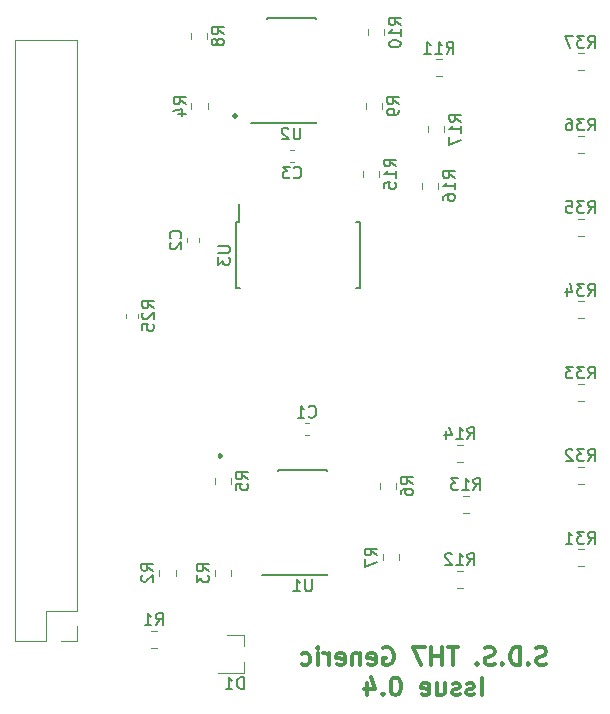
<source format=gbr>
G04 #@! TF.GenerationSoftware,KiCad,Pcbnew,6.0.0-rc1-unknown-46fddab~66~ubuntu16.04.1*
G04 #@! TF.CreationDate,2018-09-29T20:34:26+01:00*
G04 #@! TF.ProjectId,test,746573742E6B696361645F7063620000,rev?*
G04 #@! TF.SameCoordinates,Original*
G04 #@! TF.FileFunction,Legend,Bot*
G04 #@! TF.FilePolarity,Positive*
%FSLAX46Y46*%
G04 Gerber Fmt 4.6, Leading zero omitted, Abs format (unit mm)*
G04 Created by KiCad (PCBNEW 6.0.0-rc1-unknown-46fddab~66~ubuntu16.04.1) date Sat Sep 29 20:34:26 2018*
%MOMM*%
%LPD*%
G01*
G04 APERTURE LIST*
%ADD10C,0.300000*%
%ADD11C,0.120000*%
%ADD12C,0.150000*%
G04 APERTURE END LIST*
D10*
X156000000Y-88035714D02*
X156071428Y-88107142D01*
X156000000Y-88178571D01*
X155928571Y-88107142D01*
X156000000Y-88035714D01*
X156000000Y-88178571D01*
X157250000Y-59285714D02*
X157321428Y-59357142D01*
X157250000Y-59428571D01*
X157178571Y-59357142D01*
X157250000Y-59285714D01*
X157250000Y-59428571D01*
X183585142Y-105758142D02*
X183370857Y-105829571D01*
X183013714Y-105829571D01*
X182870857Y-105758142D01*
X182799428Y-105686714D01*
X182728000Y-105543857D01*
X182728000Y-105401000D01*
X182799428Y-105258142D01*
X182870857Y-105186714D01*
X183013714Y-105115285D01*
X183299428Y-105043857D01*
X183442285Y-104972428D01*
X183513714Y-104901000D01*
X183585142Y-104758142D01*
X183585142Y-104615285D01*
X183513714Y-104472428D01*
X183442285Y-104401000D01*
X183299428Y-104329571D01*
X182942285Y-104329571D01*
X182728000Y-104401000D01*
X182085142Y-105686714D02*
X182013714Y-105758142D01*
X182085142Y-105829571D01*
X182156571Y-105758142D01*
X182085142Y-105686714D01*
X182085142Y-105829571D01*
X181370857Y-105829571D02*
X181370857Y-104329571D01*
X181013714Y-104329571D01*
X180799428Y-104401000D01*
X180656571Y-104543857D01*
X180585142Y-104686714D01*
X180513714Y-104972428D01*
X180513714Y-105186714D01*
X180585142Y-105472428D01*
X180656571Y-105615285D01*
X180799428Y-105758142D01*
X181013714Y-105829571D01*
X181370857Y-105829571D01*
X179870857Y-105686714D02*
X179799428Y-105758142D01*
X179870857Y-105829571D01*
X179942285Y-105758142D01*
X179870857Y-105686714D01*
X179870857Y-105829571D01*
X179228000Y-105758142D02*
X179013714Y-105829571D01*
X178656571Y-105829571D01*
X178513714Y-105758142D01*
X178442285Y-105686714D01*
X178370857Y-105543857D01*
X178370857Y-105401000D01*
X178442285Y-105258142D01*
X178513714Y-105186714D01*
X178656571Y-105115285D01*
X178942285Y-105043857D01*
X179085142Y-104972428D01*
X179156571Y-104901000D01*
X179228000Y-104758142D01*
X179228000Y-104615285D01*
X179156571Y-104472428D01*
X179085142Y-104401000D01*
X178942285Y-104329571D01*
X178585142Y-104329571D01*
X178370857Y-104401000D01*
X177728000Y-105686714D02*
X177656571Y-105758142D01*
X177728000Y-105829571D01*
X177799428Y-105758142D01*
X177728000Y-105686714D01*
X177728000Y-105829571D01*
X176085142Y-104329571D02*
X175228000Y-104329571D01*
X175656571Y-105829571D02*
X175656571Y-104329571D01*
X174728000Y-105829571D02*
X174728000Y-104329571D01*
X174728000Y-105043857D02*
X173870857Y-105043857D01*
X173870857Y-105829571D02*
X173870857Y-104329571D01*
X173299428Y-104329571D02*
X172299428Y-104329571D01*
X172942285Y-105829571D01*
X169799428Y-104401000D02*
X169942285Y-104329571D01*
X170156571Y-104329571D01*
X170370857Y-104401000D01*
X170513714Y-104543857D01*
X170585142Y-104686714D01*
X170656571Y-104972428D01*
X170656571Y-105186714D01*
X170585142Y-105472428D01*
X170513714Y-105615285D01*
X170370857Y-105758142D01*
X170156571Y-105829571D01*
X170013714Y-105829571D01*
X169799428Y-105758142D01*
X169728000Y-105686714D01*
X169728000Y-105186714D01*
X170013714Y-105186714D01*
X168513714Y-105758142D02*
X168656571Y-105829571D01*
X168942285Y-105829571D01*
X169085142Y-105758142D01*
X169156571Y-105615285D01*
X169156571Y-105043857D01*
X169085142Y-104901000D01*
X168942285Y-104829571D01*
X168656571Y-104829571D01*
X168513714Y-104901000D01*
X168442285Y-105043857D01*
X168442285Y-105186714D01*
X169156571Y-105329571D01*
X167799428Y-104829571D02*
X167799428Y-105829571D01*
X167799428Y-104972428D02*
X167728000Y-104901000D01*
X167585142Y-104829571D01*
X167370857Y-104829571D01*
X167228000Y-104901000D01*
X167156571Y-105043857D01*
X167156571Y-105829571D01*
X165870857Y-105758142D02*
X166013714Y-105829571D01*
X166299428Y-105829571D01*
X166442285Y-105758142D01*
X166513714Y-105615285D01*
X166513714Y-105043857D01*
X166442285Y-104901000D01*
X166299428Y-104829571D01*
X166013714Y-104829571D01*
X165870857Y-104901000D01*
X165799428Y-105043857D01*
X165799428Y-105186714D01*
X166513714Y-105329571D01*
X165156571Y-105829571D02*
X165156571Y-104829571D01*
X165156571Y-105115285D02*
X165085142Y-104972428D01*
X165013714Y-104901000D01*
X164870857Y-104829571D01*
X164728000Y-104829571D01*
X164228000Y-105829571D02*
X164228000Y-104829571D01*
X164228000Y-104329571D02*
X164299428Y-104401000D01*
X164228000Y-104472428D01*
X164156571Y-104401000D01*
X164228000Y-104329571D01*
X164228000Y-104472428D01*
X162870857Y-105758142D02*
X163013714Y-105829571D01*
X163299428Y-105829571D01*
X163442285Y-105758142D01*
X163513714Y-105686714D01*
X163585142Y-105543857D01*
X163585142Y-105115285D01*
X163513714Y-104972428D01*
X163442285Y-104901000D01*
X163299428Y-104829571D01*
X163013714Y-104829571D01*
X162870857Y-104901000D01*
X178120857Y-108379571D02*
X178120857Y-106879571D01*
X177478000Y-108308142D02*
X177335142Y-108379571D01*
X177049428Y-108379571D01*
X176906571Y-108308142D01*
X176835142Y-108165285D01*
X176835142Y-108093857D01*
X176906571Y-107951000D01*
X177049428Y-107879571D01*
X177263714Y-107879571D01*
X177406571Y-107808142D01*
X177478000Y-107665285D01*
X177478000Y-107593857D01*
X177406571Y-107451000D01*
X177263714Y-107379571D01*
X177049428Y-107379571D01*
X176906571Y-107451000D01*
X176263714Y-108308142D02*
X176120857Y-108379571D01*
X175835142Y-108379571D01*
X175692285Y-108308142D01*
X175620857Y-108165285D01*
X175620857Y-108093857D01*
X175692285Y-107951000D01*
X175835142Y-107879571D01*
X176049428Y-107879571D01*
X176192285Y-107808142D01*
X176263714Y-107665285D01*
X176263714Y-107593857D01*
X176192285Y-107451000D01*
X176049428Y-107379571D01*
X175835142Y-107379571D01*
X175692285Y-107451000D01*
X174335142Y-107379571D02*
X174335142Y-108379571D01*
X174978000Y-107379571D02*
X174978000Y-108165285D01*
X174906571Y-108308142D01*
X174763714Y-108379571D01*
X174549428Y-108379571D01*
X174406571Y-108308142D01*
X174335142Y-108236714D01*
X173049428Y-108308142D02*
X173192285Y-108379571D01*
X173478000Y-108379571D01*
X173620857Y-108308142D01*
X173692285Y-108165285D01*
X173692285Y-107593857D01*
X173620857Y-107451000D01*
X173478000Y-107379571D01*
X173192285Y-107379571D01*
X173049428Y-107451000D01*
X172978000Y-107593857D01*
X172978000Y-107736714D01*
X173692285Y-107879571D01*
X170906571Y-106879571D02*
X170763714Y-106879571D01*
X170620857Y-106951000D01*
X170549428Y-107022428D01*
X170478000Y-107165285D01*
X170406571Y-107451000D01*
X170406571Y-107808142D01*
X170478000Y-108093857D01*
X170549428Y-108236714D01*
X170620857Y-108308142D01*
X170763714Y-108379571D01*
X170906571Y-108379571D01*
X171049428Y-108308142D01*
X171120857Y-108236714D01*
X171192285Y-108093857D01*
X171263714Y-107808142D01*
X171263714Y-107451000D01*
X171192285Y-107165285D01*
X171120857Y-107022428D01*
X171049428Y-106951000D01*
X170906571Y-106879571D01*
X169763714Y-108236714D02*
X169692285Y-108308142D01*
X169763714Y-108379571D01*
X169835142Y-108308142D01*
X169763714Y-108236714D01*
X169763714Y-108379571D01*
X168406571Y-107379571D02*
X168406571Y-108379571D01*
X168763714Y-106808142D02*
X169120857Y-107879571D01*
X168192285Y-107879571D01*
D11*
G04 #@! TO.C,R37*
X186758578Y-55460000D02*
X186241422Y-55460000D01*
X186758578Y-54040000D02*
X186241422Y-54040000D01*
G04 #@! TO.C,C1*
X163484779Y-85342000D02*
X163159221Y-85342000D01*
X163484779Y-86362000D02*
X163159221Y-86362000D01*
G04 #@! TO.C,C2*
X154180000Y-69687221D02*
X154180000Y-70012779D01*
X153160000Y-69687221D02*
X153160000Y-70012779D01*
G04 #@! TO.C,C3*
X161889221Y-63248000D02*
X162214779Y-63248000D01*
X161889221Y-62228000D02*
X162214779Y-62228000D01*
G04 #@! TO.C,D1*
X157986000Y-103322000D02*
X157986000Y-104252000D01*
X157986000Y-106482000D02*
X157986000Y-105552000D01*
X157986000Y-106482000D02*
X155826000Y-106482000D01*
X157986000Y-103322000D02*
X156526000Y-103322000D01*
G04 #@! TO.C,R1*
X150626578Y-102922000D02*
X150109422Y-102922000D01*
X150626578Y-104342000D02*
X150109422Y-104342000D01*
G04 #@! TO.C,R2*
X152210000Y-97741422D02*
X152210000Y-98258578D01*
X150790000Y-97741422D02*
X150790000Y-98258578D01*
G04 #@! TO.C,R3*
X155500000Y-97785422D02*
X155500000Y-98302578D01*
X156920000Y-97785422D02*
X156920000Y-98302578D01*
G04 #@! TO.C,R4*
X153540000Y-58241422D02*
X153540000Y-58758578D01*
X154960000Y-58241422D02*
X154960000Y-58758578D01*
G04 #@! TO.C,R5*
X156920000Y-90507078D02*
X156920000Y-89989922D01*
X155500000Y-90507078D02*
X155500000Y-89989922D01*
G04 #@! TO.C,R6*
X169470000Y-90936578D02*
X169470000Y-90419422D01*
X170890000Y-90936578D02*
X170890000Y-90419422D01*
G04 #@! TO.C,R7*
X169724000Y-96436922D02*
X169724000Y-96954078D01*
X171144000Y-96436922D02*
X171144000Y-96954078D01*
G04 #@! TO.C,R8*
X153468000Y-52836578D02*
X153468000Y-52319422D01*
X154888000Y-52836578D02*
X154888000Y-52319422D01*
G04 #@! TO.C,R9*
X168290000Y-58758578D02*
X168290000Y-58241422D01*
X169710000Y-58758578D02*
X169710000Y-58241422D01*
G04 #@! TO.C,R10*
X169874000Y-52508578D02*
X169874000Y-51991422D01*
X168454000Y-52508578D02*
X168454000Y-51991422D01*
G04 #@! TO.C,R11*
X174758578Y-55960000D02*
X174241422Y-55960000D01*
X174758578Y-54540000D02*
X174241422Y-54540000D01*
G04 #@! TO.C,R12*
X176534578Y-97842000D02*
X176017422Y-97842000D01*
X176534578Y-99262000D02*
X176017422Y-99262000D01*
G04 #@! TO.C,R13*
X177042578Y-92912000D02*
X176525422Y-92912000D01*
X177042578Y-91492000D02*
X176525422Y-91492000D01*
G04 #@! TO.C,R14*
X176534578Y-88594000D02*
X176017422Y-88594000D01*
X176534578Y-87174000D02*
X176017422Y-87174000D01*
G04 #@! TO.C,R15*
X169460000Y-64508578D02*
X169460000Y-63991422D01*
X168040000Y-64508578D02*
X168040000Y-63991422D01*
G04 #@! TO.C,R16*
X173040000Y-65508578D02*
X173040000Y-64991422D01*
X174460000Y-65508578D02*
X174460000Y-64991422D01*
G04 #@! TO.C,R17*
X174960000Y-60710578D02*
X174960000Y-60193422D01*
X173540000Y-60710578D02*
X173540000Y-60193422D01*
G04 #@! TO.C,R25*
X149010000Y-76421267D02*
X149010000Y-76078733D01*
X147990000Y-76421267D02*
X147990000Y-76078733D01*
G04 #@! TO.C,RASPI_2_3_HEADER1*
X138630000Y-103830000D02*
X141230000Y-103830000D01*
X138630000Y-103830000D02*
X138630000Y-52910000D01*
X138630000Y-52910000D02*
X143830000Y-52910000D01*
X143830000Y-101230000D02*
X143830000Y-52910000D01*
X141230000Y-101230000D02*
X143830000Y-101230000D01*
X141230000Y-103830000D02*
X141230000Y-101230000D01*
X143830000Y-103830000D02*
X143830000Y-102500000D01*
X142500000Y-103830000D02*
X143830000Y-103830000D01*
D12*
G04 #@! TO.C,U1*
X160901000Y-98200000D02*
X160901000Y-98175000D01*
X165051000Y-98200000D02*
X165051000Y-98085000D01*
X165051000Y-89300000D02*
X165051000Y-89415000D01*
X160901000Y-89300000D02*
X160901000Y-89415000D01*
X160901000Y-98200000D02*
X165051000Y-98200000D01*
X160901000Y-89300000D02*
X165051000Y-89300000D01*
X160901000Y-98175000D02*
X159526000Y-98175000D01*
G04 #@! TO.C,U2*
X159925000Y-59925000D02*
X158550000Y-59925000D01*
X159925000Y-51050000D02*
X164075000Y-51050000D01*
X159925000Y-59950000D02*
X164075000Y-59950000D01*
X159925000Y-51050000D02*
X159925000Y-51165000D01*
X164075000Y-51050000D02*
X164075000Y-51165000D01*
X164075000Y-59950000D02*
X164075000Y-59835000D01*
X159925000Y-59950000D02*
X159925000Y-59925000D01*
G04 #@! TO.C,U3*
X157285000Y-68345000D02*
X157560000Y-68345000D01*
X157285000Y-73895000D02*
X157640000Y-73895000D01*
X167835000Y-73895000D02*
X167480000Y-73895000D01*
X167835000Y-68345000D02*
X167480000Y-68345000D01*
X157285000Y-68345000D02*
X157285000Y-73895000D01*
X167835000Y-68345000D02*
X167835000Y-73895000D01*
X157560000Y-68345000D02*
X157560000Y-66820000D01*
D11*
G04 #@! TO.C,R31*
X186758578Y-96040000D02*
X186241422Y-96040000D01*
X186758578Y-97460000D02*
X186241422Y-97460000D01*
G04 #@! TO.C,R32*
X186758578Y-90460000D02*
X186241422Y-90460000D01*
X186758578Y-89040000D02*
X186241422Y-89040000D01*
G04 #@! TO.C,R33*
X186758578Y-82040000D02*
X186241422Y-82040000D01*
X186758578Y-83460000D02*
X186241422Y-83460000D01*
G04 #@! TO.C,R34*
X186758578Y-76460000D02*
X186241422Y-76460000D01*
X186758578Y-75040000D02*
X186241422Y-75040000D01*
G04 #@! TO.C,R35*
X186758578Y-68040000D02*
X186241422Y-68040000D01*
X186758578Y-69460000D02*
X186241422Y-69460000D01*
G04 #@! TO.C,R36*
X186758578Y-61040000D02*
X186241422Y-61040000D01*
X186758578Y-62460000D02*
X186241422Y-62460000D01*
G04 #@! TO.C,R37*
D12*
X187142857Y-53552380D02*
X187476190Y-53076190D01*
X187714285Y-53552380D02*
X187714285Y-52552380D01*
X187333333Y-52552380D01*
X187238095Y-52600000D01*
X187190476Y-52647619D01*
X187142857Y-52742857D01*
X187142857Y-52885714D01*
X187190476Y-52980952D01*
X187238095Y-53028571D01*
X187333333Y-53076190D01*
X187714285Y-53076190D01*
X186809523Y-52552380D02*
X186190476Y-52552380D01*
X186523809Y-52933333D01*
X186380952Y-52933333D01*
X186285714Y-52980952D01*
X186238095Y-53028571D01*
X186190476Y-53123809D01*
X186190476Y-53361904D01*
X186238095Y-53457142D01*
X186285714Y-53504761D01*
X186380952Y-53552380D01*
X186666666Y-53552380D01*
X186761904Y-53504761D01*
X186809523Y-53457142D01*
X185857142Y-52552380D02*
X185190476Y-52552380D01*
X185619047Y-53552380D01*
G04 #@! TO.C,C1*
X163488666Y-84779142D02*
X163536285Y-84826761D01*
X163679142Y-84874380D01*
X163774380Y-84874380D01*
X163917238Y-84826761D01*
X164012476Y-84731523D01*
X164060095Y-84636285D01*
X164107714Y-84445809D01*
X164107714Y-84302952D01*
X164060095Y-84112476D01*
X164012476Y-84017238D01*
X163917238Y-83922000D01*
X163774380Y-83874380D01*
X163679142Y-83874380D01*
X163536285Y-83922000D01*
X163488666Y-83969619D01*
X162536285Y-84874380D02*
X163107714Y-84874380D01*
X162822000Y-84874380D02*
X162822000Y-83874380D01*
X162917238Y-84017238D01*
X163012476Y-84112476D01*
X163107714Y-84160095D01*
G04 #@! TO.C,C2*
X152597142Y-69683333D02*
X152644761Y-69635714D01*
X152692380Y-69492857D01*
X152692380Y-69397619D01*
X152644761Y-69254761D01*
X152549523Y-69159523D01*
X152454285Y-69111904D01*
X152263809Y-69064285D01*
X152120952Y-69064285D01*
X151930476Y-69111904D01*
X151835238Y-69159523D01*
X151740000Y-69254761D01*
X151692380Y-69397619D01*
X151692380Y-69492857D01*
X151740000Y-69635714D01*
X151787619Y-69683333D01*
X151787619Y-70064285D02*
X151740000Y-70111904D01*
X151692380Y-70207142D01*
X151692380Y-70445238D01*
X151740000Y-70540476D01*
X151787619Y-70588095D01*
X151882857Y-70635714D01*
X151978095Y-70635714D01*
X152120952Y-70588095D01*
X152692380Y-70016666D01*
X152692380Y-70635714D01*
G04 #@! TO.C,C3*
X162218666Y-64525142D02*
X162266285Y-64572761D01*
X162409142Y-64620380D01*
X162504380Y-64620380D01*
X162647238Y-64572761D01*
X162742476Y-64477523D01*
X162790095Y-64382285D01*
X162837714Y-64191809D01*
X162837714Y-64048952D01*
X162790095Y-63858476D01*
X162742476Y-63763238D01*
X162647238Y-63668000D01*
X162504380Y-63620380D01*
X162409142Y-63620380D01*
X162266285Y-63668000D01*
X162218666Y-63715619D01*
X161885333Y-63620380D02*
X161266285Y-63620380D01*
X161599619Y-64001333D01*
X161456761Y-64001333D01*
X161361523Y-64048952D01*
X161313904Y-64096571D01*
X161266285Y-64191809D01*
X161266285Y-64429904D01*
X161313904Y-64525142D01*
X161361523Y-64572761D01*
X161456761Y-64620380D01*
X161742476Y-64620380D01*
X161837714Y-64572761D01*
X161885333Y-64525142D01*
G04 #@! TO.C,D1*
X157964095Y-107854380D02*
X157964095Y-106854380D01*
X157726000Y-106854380D01*
X157583142Y-106902000D01*
X157487904Y-106997238D01*
X157440285Y-107092476D01*
X157392666Y-107282952D01*
X157392666Y-107425809D01*
X157440285Y-107616285D01*
X157487904Y-107711523D01*
X157583142Y-107806761D01*
X157726000Y-107854380D01*
X157964095Y-107854380D01*
X156440285Y-107854380D02*
X157011714Y-107854380D01*
X156726000Y-107854380D02*
X156726000Y-106854380D01*
X156821238Y-106997238D01*
X156916476Y-107092476D01*
X157011714Y-107140095D01*
G04 #@! TO.C,R1*
X150534666Y-102434380D02*
X150868000Y-101958190D01*
X151106095Y-102434380D02*
X151106095Y-101434380D01*
X150725142Y-101434380D01*
X150629904Y-101482000D01*
X150582285Y-101529619D01*
X150534666Y-101624857D01*
X150534666Y-101767714D01*
X150582285Y-101862952D01*
X150629904Y-101910571D01*
X150725142Y-101958190D01*
X151106095Y-101958190D01*
X149582285Y-102434380D02*
X150153714Y-102434380D01*
X149868000Y-102434380D02*
X149868000Y-101434380D01*
X149963238Y-101577238D01*
X150058476Y-101672476D01*
X150153714Y-101720095D01*
G04 #@! TO.C,R2*
X150302380Y-97833333D02*
X149826190Y-97500000D01*
X150302380Y-97261904D02*
X149302380Y-97261904D01*
X149302380Y-97642857D01*
X149350000Y-97738095D01*
X149397619Y-97785714D01*
X149492857Y-97833333D01*
X149635714Y-97833333D01*
X149730952Y-97785714D01*
X149778571Y-97738095D01*
X149826190Y-97642857D01*
X149826190Y-97261904D01*
X149397619Y-98214285D02*
X149350000Y-98261904D01*
X149302380Y-98357142D01*
X149302380Y-98595238D01*
X149350000Y-98690476D01*
X149397619Y-98738095D01*
X149492857Y-98785714D01*
X149588095Y-98785714D01*
X149730952Y-98738095D01*
X150302380Y-98166666D01*
X150302380Y-98785714D01*
G04 #@! TO.C,R3*
X155012380Y-97877333D02*
X154536190Y-97544000D01*
X155012380Y-97305904D02*
X154012380Y-97305904D01*
X154012380Y-97686857D01*
X154060000Y-97782095D01*
X154107619Y-97829714D01*
X154202857Y-97877333D01*
X154345714Y-97877333D01*
X154440952Y-97829714D01*
X154488571Y-97782095D01*
X154536190Y-97686857D01*
X154536190Y-97305904D01*
X154012380Y-98210666D02*
X154012380Y-98829714D01*
X154393333Y-98496380D01*
X154393333Y-98639238D01*
X154440952Y-98734476D01*
X154488571Y-98782095D01*
X154583809Y-98829714D01*
X154821904Y-98829714D01*
X154917142Y-98782095D01*
X154964761Y-98734476D01*
X155012380Y-98639238D01*
X155012380Y-98353523D01*
X154964761Y-98258285D01*
X154917142Y-98210666D01*
G04 #@! TO.C,R4*
X153052380Y-58333333D02*
X152576190Y-58000000D01*
X153052380Y-57761904D02*
X152052380Y-57761904D01*
X152052380Y-58142857D01*
X152100000Y-58238095D01*
X152147619Y-58285714D01*
X152242857Y-58333333D01*
X152385714Y-58333333D01*
X152480952Y-58285714D01*
X152528571Y-58238095D01*
X152576190Y-58142857D01*
X152576190Y-57761904D01*
X152385714Y-59190476D02*
X153052380Y-59190476D01*
X152004761Y-58952380D02*
X152719047Y-58714285D01*
X152719047Y-59333333D01*
G04 #@! TO.C,R5*
X158312380Y-90081833D02*
X157836190Y-89748500D01*
X158312380Y-89510404D02*
X157312380Y-89510404D01*
X157312380Y-89891357D01*
X157360000Y-89986595D01*
X157407619Y-90034214D01*
X157502857Y-90081833D01*
X157645714Y-90081833D01*
X157740952Y-90034214D01*
X157788571Y-89986595D01*
X157836190Y-89891357D01*
X157836190Y-89510404D01*
X157312380Y-90986595D02*
X157312380Y-90510404D01*
X157788571Y-90462785D01*
X157740952Y-90510404D01*
X157693333Y-90605642D01*
X157693333Y-90843738D01*
X157740952Y-90938976D01*
X157788571Y-90986595D01*
X157883809Y-91034214D01*
X158121904Y-91034214D01*
X158217142Y-90986595D01*
X158264761Y-90938976D01*
X158312380Y-90843738D01*
X158312380Y-90605642D01*
X158264761Y-90510404D01*
X158217142Y-90462785D01*
G04 #@! TO.C,R6*
X172282380Y-90511333D02*
X171806190Y-90178000D01*
X172282380Y-89939904D02*
X171282380Y-89939904D01*
X171282380Y-90320857D01*
X171330000Y-90416095D01*
X171377619Y-90463714D01*
X171472857Y-90511333D01*
X171615714Y-90511333D01*
X171710952Y-90463714D01*
X171758571Y-90416095D01*
X171806190Y-90320857D01*
X171806190Y-89939904D01*
X171282380Y-91368476D02*
X171282380Y-91178000D01*
X171330000Y-91082761D01*
X171377619Y-91035142D01*
X171520476Y-90939904D01*
X171710952Y-90892285D01*
X172091904Y-90892285D01*
X172187142Y-90939904D01*
X172234761Y-90987523D01*
X172282380Y-91082761D01*
X172282380Y-91273238D01*
X172234761Y-91368476D01*
X172187142Y-91416095D01*
X172091904Y-91463714D01*
X171853809Y-91463714D01*
X171758571Y-91416095D01*
X171710952Y-91368476D01*
X171663333Y-91273238D01*
X171663333Y-91082761D01*
X171710952Y-90987523D01*
X171758571Y-90939904D01*
X171853809Y-90892285D01*
G04 #@! TO.C,R7*
X169236380Y-96528833D02*
X168760190Y-96195500D01*
X169236380Y-95957404D02*
X168236380Y-95957404D01*
X168236380Y-96338357D01*
X168284000Y-96433595D01*
X168331619Y-96481214D01*
X168426857Y-96528833D01*
X168569714Y-96528833D01*
X168664952Y-96481214D01*
X168712571Y-96433595D01*
X168760190Y-96338357D01*
X168760190Y-95957404D01*
X168236380Y-96862166D02*
X168236380Y-97528833D01*
X169236380Y-97100261D01*
G04 #@! TO.C,R8*
X156280380Y-52411333D02*
X155804190Y-52078000D01*
X156280380Y-51839904D02*
X155280380Y-51839904D01*
X155280380Y-52220857D01*
X155328000Y-52316095D01*
X155375619Y-52363714D01*
X155470857Y-52411333D01*
X155613714Y-52411333D01*
X155708952Y-52363714D01*
X155756571Y-52316095D01*
X155804190Y-52220857D01*
X155804190Y-51839904D01*
X155708952Y-52982761D02*
X155661333Y-52887523D01*
X155613714Y-52839904D01*
X155518476Y-52792285D01*
X155470857Y-52792285D01*
X155375619Y-52839904D01*
X155328000Y-52887523D01*
X155280380Y-52982761D01*
X155280380Y-53173238D01*
X155328000Y-53268476D01*
X155375619Y-53316095D01*
X155470857Y-53363714D01*
X155518476Y-53363714D01*
X155613714Y-53316095D01*
X155661333Y-53268476D01*
X155708952Y-53173238D01*
X155708952Y-52982761D01*
X155756571Y-52887523D01*
X155804190Y-52839904D01*
X155899428Y-52792285D01*
X156089904Y-52792285D01*
X156185142Y-52839904D01*
X156232761Y-52887523D01*
X156280380Y-52982761D01*
X156280380Y-53173238D01*
X156232761Y-53268476D01*
X156185142Y-53316095D01*
X156089904Y-53363714D01*
X155899428Y-53363714D01*
X155804190Y-53316095D01*
X155756571Y-53268476D01*
X155708952Y-53173238D01*
G04 #@! TO.C,R9*
X171102380Y-58333333D02*
X170626190Y-58000000D01*
X171102380Y-57761904D02*
X170102380Y-57761904D01*
X170102380Y-58142857D01*
X170150000Y-58238095D01*
X170197619Y-58285714D01*
X170292857Y-58333333D01*
X170435714Y-58333333D01*
X170530952Y-58285714D01*
X170578571Y-58238095D01*
X170626190Y-58142857D01*
X170626190Y-57761904D01*
X171102380Y-58809523D02*
X171102380Y-59000000D01*
X171054761Y-59095238D01*
X171007142Y-59142857D01*
X170864285Y-59238095D01*
X170673809Y-59285714D01*
X170292857Y-59285714D01*
X170197619Y-59238095D01*
X170150000Y-59190476D01*
X170102380Y-59095238D01*
X170102380Y-58904761D01*
X170150000Y-58809523D01*
X170197619Y-58761904D01*
X170292857Y-58714285D01*
X170530952Y-58714285D01*
X170626190Y-58761904D01*
X170673809Y-58809523D01*
X170721428Y-58904761D01*
X170721428Y-59095238D01*
X170673809Y-59190476D01*
X170626190Y-59238095D01*
X170530952Y-59285714D01*
G04 #@! TO.C,R10*
X171266380Y-51607142D02*
X170790190Y-51273809D01*
X171266380Y-51035714D02*
X170266380Y-51035714D01*
X170266380Y-51416666D01*
X170314000Y-51511904D01*
X170361619Y-51559523D01*
X170456857Y-51607142D01*
X170599714Y-51607142D01*
X170694952Y-51559523D01*
X170742571Y-51511904D01*
X170790190Y-51416666D01*
X170790190Y-51035714D01*
X171266380Y-52559523D02*
X171266380Y-51988095D01*
X171266380Y-52273809D02*
X170266380Y-52273809D01*
X170409238Y-52178571D01*
X170504476Y-52083333D01*
X170552095Y-51988095D01*
X170266380Y-53178571D02*
X170266380Y-53273809D01*
X170314000Y-53369047D01*
X170361619Y-53416666D01*
X170456857Y-53464285D01*
X170647333Y-53511904D01*
X170885428Y-53511904D01*
X171075904Y-53464285D01*
X171171142Y-53416666D01*
X171218761Y-53369047D01*
X171266380Y-53273809D01*
X171266380Y-53178571D01*
X171218761Y-53083333D01*
X171171142Y-53035714D01*
X171075904Y-52988095D01*
X170885428Y-52940476D01*
X170647333Y-52940476D01*
X170456857Y-52988095D01*
X170361619Y-53035714D01*
X170314000Y-53083333D01*
X170266380Y-53178571D01*
G04 #@! TO.C,R11*
X175142857Y-54052380D02*
X175476190Y-53576190D01*
X175714285Y-54052380D02*
X175714285Y-53052380D01*
X175333333Y-53052380D01*
X175238095Y-53100000D01*
X175190476Y-53147619D01*
X175142857Y-53242857D01*
X175142857Y-53385714D01*
X175190476Y-53480952D01*
X175238095Y-53528571D01*
X175333333Y-53576190D01*
X175714285Y-53576190D01*
X174190476Y-54052380D02*
X174761904Y-54052380D01*
X174476190Y-54052380D02*
X174476190Y-53052380D01*
X174571428Y-53195238D01*
X174666666Y-53290476D01*
X174761904Y-53338095D01*
X173238095Y-54052380D02*
X173809523Y-54052380D01*
X173523809Y-54052380D02*
X173523809Y-53052380D01*
X173619047Y-53195238D01*
X173714285Y-53290476D01*
X173809523Y-53338095D01*
G04 #@! TO.C,R12*
X176918857Y-97354380D02*
X177252190Y-96878190D01*
X177490285Y-97354380D02*
X177490285Y-96354380D01*
X177109333Y-96354380D01*
X177014095Y-96402000D01*
X176966476Y-96449619D01*
X176918857Y-96544857D01*
X176918857Y-96687714D01*
X176966476Y-96782952D01*
X177014095Y-96830571D01*
X177109333Y-96878190D01*
X177490285Y-96878190D01*
X175966476Y-97354380D02*
X176537904Y-97354380D01*
X176252190Y-97354380D02*
X176252190Y-96354380D01*
X176347428Y-96497238D01*
X176442666Y-96592476D01*
X176537904Y-96640095D01*
X175585523Y-96449619D02*
X175537904Y-96402000D01*
X175442666Y-96354380D01*
X175204571Y-96354380D01*
X175109333Y-96402000D01*
X175061714Y-96449619D01*
X175014095Y-96544857D01*
X175014095Y-96640095D01*
X175061714Y-96782952D01*
X175633142Y-97354380D01*
X175014095Y-97354380D01*
G04 #@! TO.C,R13*
X177426857Y-91004380D02*
X177760190Y-90528190D01*
X177998285Y-91004380D02*
X177998285Y-90004380D01*
X177617333Y-90004380D01*
X177522095Y-90052000D01*
X177474476Y-90099619D01*
X177426857Y-90194857D01*
X177426857Y-90337714D01*
X177474476Y-90432952D01*
X177522095Y-90480571D01*
X177617333Y-90528190D01*
X177998285Y-90528190D01*
X176474476Y-91004380D02*
X177045904Y-91004380D01*
X176760190Y-91004380D02*
X176760190Y-90004380D01*
X176855428Y-90147238D01*
X176950666Y-90242476D01*
X177045904Y-90290095D01*
X176141142Y-90004380D02*
X175522095Y-90004380D01*
X175855428Y-90385333D01*
X175712571Y-90385333D01*
X175617333Y-90432952D01*
X175569714Y-90480571D01*
X175522095Y-90575809D01*
X175522095Y-90813904D01*
X175569714Y-90909142D01*
X175617333Y-90956761D01*
X175712571Y-91004380D01*
X175998285Y-91004380D01*
X176093523Y-90956761D01*
X176141142Y-90909142D01*
G04 #@! TO.C,R14*
X176918857Y-86686380D02*
X177252190Y-86210190D01*
X177490285Y-86686380D02*
X177490285Y-85686380D01*
X177109333Y-85686380D01*
X177014095Y-85734000D01*
X176966476Y-85781619D01*
X176918857Y-85876857D01*
X176918857Y-86019714D01*
X176966476Y-86114952D01*
X177014095Y-86162571D01*
X177109333Y-86210190D01*
X177490285Y-86210190D01*
X175966476Y-86686380D02*
X176537904Y-86686380D01*
X176252190Y-86686380D02*
X176252190Y-85686380D01*
X176347428Y-85829238D01*
X176442666Y-85924476D01*
X176537904Y-85972095D01*
X175109333Y-86019714D02*
X175109333Y-86686380D01*
X175347428Y-85638761D02*
X175585523Y-86353047D01*
X174966476Y-86353047D01*
G04 #@! TO.C,R15*
X170852380Y-63607142D02*
X170376190Y-63273809D01*
X170852380Y-63035714D02*
X169852380Y-63035714D01*
X169852380Y-63416666D01*
X169900000Y-63511904D01*
X169947619Y-63559523D01*
X170042857Y-63607142D01*
X170185714Y-63607142D01*
X170280952Y-63559523D01*
X170328571Y-63511904D01*
X170376190Y-63416666D01*
X170376190Y-63035714D01*
X170852380Y-64559523D02*
X170852380Y-63988095D01*
X170852380Y-64273809D02*
X169852380Y-64273809D01*
X169995238Y-64178571D01*
X170090476Y-64083333D01*
X170138095Y-63988095D01*
X169852380Y-65464285D02*
X169852380Y-64988095D01*
X170328571Y-64940476D01*
X170280952Y-64988095D01*
X170233333Y-65083333D01*
X170233333Y-65321428D01*
X170280952Y-65416666D01*
X170328571Y-65464285D01*
X170423809Y-65511904D01*
X170661904Y-65511904D01*
X170757142Y-65464285D01*
X170804761Y-65416666D01*
X170852380Y-65321428D01*
X170852380Y-65083333D01*
X170804761Y-64988095D01*
X170757142Y-64940476D01*
G04 #@! TO.C,R16*
X175852380Y-64607142D02*
X175376190Y-64273809D01*
X175852380Y-64035714D02*
X174852380Y-64035714D01*
X174852380Y-64416666D01*
X174900000Y-64511904D01*
X174947619Y-64559523D01*
X175042857Y-64607142D01*
X175185714Y-64607142D01*
X175280952Y-64559523D01*
X175328571Y-64511904D01*
X175376190Y-64416666D01*
X175376190Y-64035714D01*
X175852380Y-65559523D02*
X175852380Y-64988095D01*
X175852380Y-65273809D02*
X174852380Y-65273809D01*
X174995238Y-65178571D01*
X175090476Y-65083333D01*
X175138095Y-64988095D01*
X174852380Y-66416666D02*
X174852380Y-66226190D01*
X174900000Y-66130952D01*
X174947619Y-66083333D01*
X175090476Y-65988095D01*
X175280952Y-65940476D01*
X175661904Y-65940476D01*
X175757142Y-65988095D01*
X175804761Y-66035714D01*
X175852380Y-66130952D01*
X175852380Y-66321428D01*
X175804761Y-66416666D01*
X175757142Y-66464285D01*
X175661904Y-66511904D01*
X175423809Y-66511904D01*
X175328571Y-66464285D01*
X175280952Y-66416666D01*
X175233333Y-66321428D01*
X175233333Y-66130952D01*
X175280952Y-66035714D01*
X175328571Y-65988095D01*
X175423809Y-65940476D01*
G04 #@! TO.C,R17*
X176352380Y-59809142D02*
X175876190Y-59475809D01*
X176352380Y-59237714D02*
X175352380Y-59237714D01*
X175352380Y-59618666D01*
X175400000Y-59713904D01*
X175447619Y-59761523D01*
X175542857Y-59809142D01*
X175685714Y-59809142D01*
X175780952Y-59761523D01*
X175828571Y-59713904D01*
X175876190Y-59618666D01*
X175876190Y-59237714D01*
X176352380Y-60761523D02*
X176352380Y-60190095D01*
X176352380Y-60475809D02*
X175352380Y-60475809D01*
X175495238Y-60380571D01*
X175590476Y-60285333D01*
X175638095Y-60190095D01*
X175352380Y-61094857D02*
X175352380Y-61761523D01*
X176352380Y-61332952D01*
G04 #@! TO.C,R25*
X150382380Y-75607142D02*
X149906190Y-75273809D01*
X150382380Y-75035714D02*
X149382380Y-75035714D01*
X149382380Y-75416666D01*
X149430000Y-75511904D01*
X149477619Y-75559523D01*
X149572857Y-75607142D01*
X149715714Y-75607142D01*
X149810952Y-75559523D01*
X149858571Y-75511904D01*
X149906190Y-75416666D01*
X149906190Y-75035714D01*
X149477619Y-75988095D02*
X149430000Y-76035714D01*
X149382380Y-76130952D01*
X149382380Y-76369047D01*
X149430000Y-76464285D01*
X149477619Y-76511904D01*
X149572857Y-76559523D01*
X149668095Y-76559523D01*
X149810952Y-76511904D01*
X150382380Y-75940476D01*
X150382380Y-76559523D01*
X149382380Y-77464285D02*
X149382380Y-76988095D01*
X149858571Y-76940476D01*
X149810952Y-76988095D01*
X149763333Y-77083333D01*
X149763333Y-77321428D01*
X149810952Y-77416666D01*
X149858571Y-77464285D01*
X149953809Y-77511904D01*
X150191904Y-77511904D01*
X150287142Y-77464285D01*
X150334761Y-77416666D01*
X150382380Y-77321428D01*
X150382380Y-77083333D01*
X150334761Y-76988095D01*
X150287142Y-76940476D01*
G04 #@! TO.C,U1*
X163737904Y-98577380D02*
X163737904Y-99386904D01*
X163690285Y-99482142D01*
X163642666Y-99529761D01*
X163547428Y-99577380D01*
X163356952Y-99577380D01*
X163261714Y-99529761D01*
X163214095Y-99482142D01*
X163166476Y-99386904D01*
X163166476Y-98577380D01*
X162166476Y-99577380D02*
X162737904Y-99577380D01*
X162452190Y-99577380D02*
X162452190Y-98577380D01*
X162547428Y-98720238D01*
X162642666Y-98815476D01*
X162737904Y-98863095D01*
G04 #@! TO.C,U2*
X162761904Y-60327380D02*
X162761904Y-61136904D01*
X162714285Y-61232142D01*
X162666666Y-61279761D01*
X162571428Y-61327380D01*
X162380952Y-61327380D01*
X162285714Y-61279761D01*
X162238095Y-61232142D01*
X162190476Y-61136904D01*
X162190476Y-60327380D01*
X161761904Y-60422619D02*
X161714285Y-60375000D01*
X161619047Y-60327380D01*
X161380952Y-60327380D01*
X161285714Y-60375000D01*
X161238095Y-60422619D01*
X161190476Y-60517857D01*
X161190476Y-60613095D01*
X161238095Y-60755952D01*
X161809523Y-61327380D01*
X161190476Y-61327380D01*
G04 #@! TO.C,U3*
X155812380Y-70358095D02*
X156621904Y-70358095D01*
X156717142Y-70405714D01*
X156764761Y-70453333D01*
X156812380Y-70548571D01*
X156812380Y-70739047D01*
X156764761Y-70834285D01*
X156717142Y-70881904D01*
X156621904Y-70929523D01*
X155812380Y-70929523D01*
X155812380Y-71310476D02*
X155812380Y-71929523D01*
X156193333Y-71596190D01*
X156193333Y-71739047D01*
X156240952Y-71834285D01*
X156288571Y-71881904D01*
X156383809Y-71929523D01*
X156621904Y-71929523D01*
X156717142Y-71881904D01*
X156764761Y-71834285D01*
X156812380Y-71739047D01*
X156812380Y-71453333D01*
X156764761Y-71358095D01*
X156717142Y-71310476D01*
G04 #@! TO.C,R31*
X187142857Y-95552380D02*
X187476190Y-95076190D01*
X187714285Y-95552380D02*
X187714285Y-94552380D01*
X187333333Y-94552380D01*
X187238095Y-94600000D01*
X187190476Y-94647619D01*
X187142857Y-94742857D01*
X187142857Y-94885714D01*
X187190476Y-94980952D01*
X187238095Y-95028571D01*
X187333333Y-95076190D01*
X187714285Y-95076190D01*
X186809523Y-94552380D02*
X186190476Y-94552380D01*
X186523809Y-94933333D01*
X186380952Y-94933333D01*
X186285714Y-94980952D01*
X186238095Y-95028571D01*
X186190476Y-95123809D01*
X186190476Y-95361904D01*
X186238095Y-95457142D01*
X186285714Y-95504761D01*
X186380952Y-95552380D01*
X186666666Y-95552380D01*
X186761904Y-95504761D01*
X186809523Y-95457142D01*
X185238095Y-95552380D02*
X185809523Y-95552380D01*
X185523809Y-95552380D02*
X185523809Y-94552380D01*
X185619047Y-94695238D01*
X185714285Y-94790476D01*
X185809523Y-94838095D01*
G04 #@! TO.C,R32*
X187142857Y-88552380D02*
X187476190Y-88076190D01*
X187714285Y-88552380D02*
X187714285Y-87552380D01*
X187333333Y-87552380D01*
X187238095Y-87600000D01*
X187190476Y-87647619D01*
X187142857Y-87742857D01*
X187142857Y-87885714D01*
X187190476Y-87980952D01*
X187238095Y-88028571D01*
X187333333Y-88076190D01*
X187714285Y-88076190D01*
X186809523Y-87552380D02*
X186190476Y-87552380D01*
X186523809Y-87933333D01*
X186380952Y-87933333D01*
X186285714Y-87980952D01*
X186238095Y-88028571D01*
X186190476Y-88123809D01*
X186190476Y-88361904D01*
X186238095Y-88457142D01*
X186285714Y-88504761D01*
X186380952Y-88552380D01*
X186666666Y-88552380D01*
X186761904Y-88504761D01*
X186809523Y-88457142D01*
X185809523Y-87647619D02*
X185761904Y-87600000D01*
X185666666Y-87552380D01*
X185428571Y-87552380D01*
X185333333Y-87600000D01*
X185285714Y-87647619D01*
X185238095Y-87742857D01*
X185238095Y-87838095D01*
X185285714Y-87980952D01*
X185857142Y-88552380D01*
X185238095Y-88552380D01*
G04 #@! TO.C,R33*
X187142857Y-81552380D02*
X187476190Y-81076190D01*
X187714285Y-81552380D02*
X187714285Y-80552380D01*
X187333333Y-80552380D01*
X187238095Y-80600000D01*
X187190476Y-80647619D01*
X187142857Y-80742857D01*
X187142857Y-80885714D01*
X187190476Y-80980952D01*
X187238095Y-81028571D01*
X187333333Y-81076190D01*
X187714285Y-81076190D01*
X186809523Y-80552380D02*
X186190476Y-80552380D01*
X186523809Y-80933333D01*
X186380952Y-80933333D01*
X186285714Y-80980952D01*
X186238095Y-81028571D01*
X186190476Y-81123809D01*
X186190476Y-81361904D01*
X186238095Y-81457142D01*
X186285714Y-81504761D01*
X186380952Y-81552380D01*
X186666666Y-81552380D01*
X186761904Y-81504761D01*
X186809523Y-81457142D01*
X185857142Y-80552380D02*
X185238095Y-80552380D01*
X185571428Y-80933333D01*
X185428571Y-80933333D01*
X185333333Y-80980952D01*
X185285714Y-81028571D01*
X185238095Y-81123809D01*
X185238095Y-81361904D01*
X185285714Y-81457142D01*
X185333333Y-81504761D01*
X185428571Y-81552380D01*
X185714285Y-81552380D01*
X185809523Y-81504761D01*
X185857142Y-81457142D01*
G04 #@! TO.C,R34*
X187142857Y-74552380D02*
X187476190Y-74076190D01*
X187714285Y-74552380D02*
X187714285Y-73552380D01*
X187333333Y-73552380D01*
X187238095Y-73600000D01*
X187190476Y-73647619D01*
X187142857Y-73742857D01*
X187142857Y-73885714D01*
X187190476Y-73980952D01*
X187238095Y-74028571D01*
X187333333Y-74076190D01*
X187714285Y-74076190D01*
X186809523Y-73552380D02*
X186190476Y-73552380D01*
X186523809Y-73933333D01*
X186380952Y-73933333D01*
X186285714Y-73980952D01*
X186238095Y-74028571D01*
X186190476Y-74123809D01*
X186190476Y-74361904D01*
X186238095Y-74457142D01*
X186285714Y-74504761D01*
X186380952Y-74552380D01*
X186666666Y-74552380D01*
X186761904Y-74504761D01*
X186809523Y-74457142D01*
X185333333Y-73885714D02*
X185333333Y-74552380D01*
X185571428Y-73504761D02*
X185809523Y-74219047D01*
X185190476Y-74219047D01*
G04 #@! TO.C,R35*
X187142857Y-67552380D02*
X187476190Y-67076190D01*
X187714285Y-67552380D02*
X187714285Y-66552380D01*
X187333333Y-66552380D01*
X187238095Y-66600000D01*
X187190476Y-66647619D01*
X187142857Y-66742857D01*
X187142857Y-66885714D01*
X187190476Y-66980952D01*
X187238095Y-67028571D01*
X187333333Y-67076190D01*
X187714285Y-67076190D01*
X186809523Y-66552380D02*
X186190476Y-66552380D01*
X186523809Y-66933333D01*
X186380952Y-66933333D01*
X186285714Y-66980952D01*
X186238095Y-67028571D01*
X186190476Y-67123809D01*
X186190476Y-67361904D01*
X186238095Y-67457142D01*
X186285714Y-67504761D01*
X186380952Y-67552380D01*
X186666666Y-67552380D01*
X186761904Y-67504761D01*
X186809523Y-67457142D01*
X185285714Y-66552380D02*
X185761904Y-66552380D01*
X185809523Y-67028571D01*
X185761904Y-66980952D01*
X185666666Y-66933333D01*
X185428571Y-66933333D01*
X185333333Y-66980952D01*
X185285714Y-67028571D01*
X185238095Y-67123809D01*
X185238095Y-67361904D01*
X185285714Y-67457142D01*
X185333333Y-67504761D01*
X185428571Y-67552380D01*
X185666666Y-67552380D01*
X185761904Y-67504761D01*
X185809523Y-67457142D01*
G04 #@! TO.C,R36*
X187142857Y-60552380D02*
X187476190Y-60076190D01*
X187714285Y-60552380D02*
X187714285Y-59552380D01*
X187333333Y-59552380D01*
X187238095Y-59600000D01*
X187190476Y-59647619D01*
X187142857Y-59742857D01*
X187142857Y-59885714D01*
X187190476Y-59980952D01*
X187238095Y-60028571D01*
X187333333Y-60076190D01*
X187714285Y-60076190D01*
X186809523Y-59552380D02*
X186190476Y-59552380D01*
X186523809Y-59933333D01*
X186380952Y-59933333D01*
X186285714Y-59980952D01*
X186238095Y-60028571D01*
X186190476Y-60123809D01*
X186190476Y-60361904D01*
X186238095Y-60457142D01*
X186285714Y-60504761D01*
X186380952Y-60552380D01*
X186666666Y-60552380D01*
X186761904Y-60504761D01*
X186809523Y-60457142D01*
X185333333Y-59552380D02*
X185523809Y-59552380D01*
X185619047Y-59600000D01*
X185666666Y-59647619D01*
X185761904Y-59790476D01*
X185809523Y-59980952D01*
X185809523Y-60361904D01*
X185761904Y-60457142D01*
X185714285Y-60504761D01*
X185619047Y-60552380D01*
X185428571Y-60552380D01*
X185333333Y-60504761D01*
X185285714Y-60457142D01*
X185238095Y-60361904D01*
X185238095Y-60123809D01*
X185285714Y-60028571D01*
X185333333Y-59980952D01*
X185428571Y-59933333D01*
X185619047Y-59933333D01*
X185714285Y-59980952D01*
X185761904Y-60028571D01*
X185809523Y-60123809D01*
G04 #@! TD*
M02*

</source>
